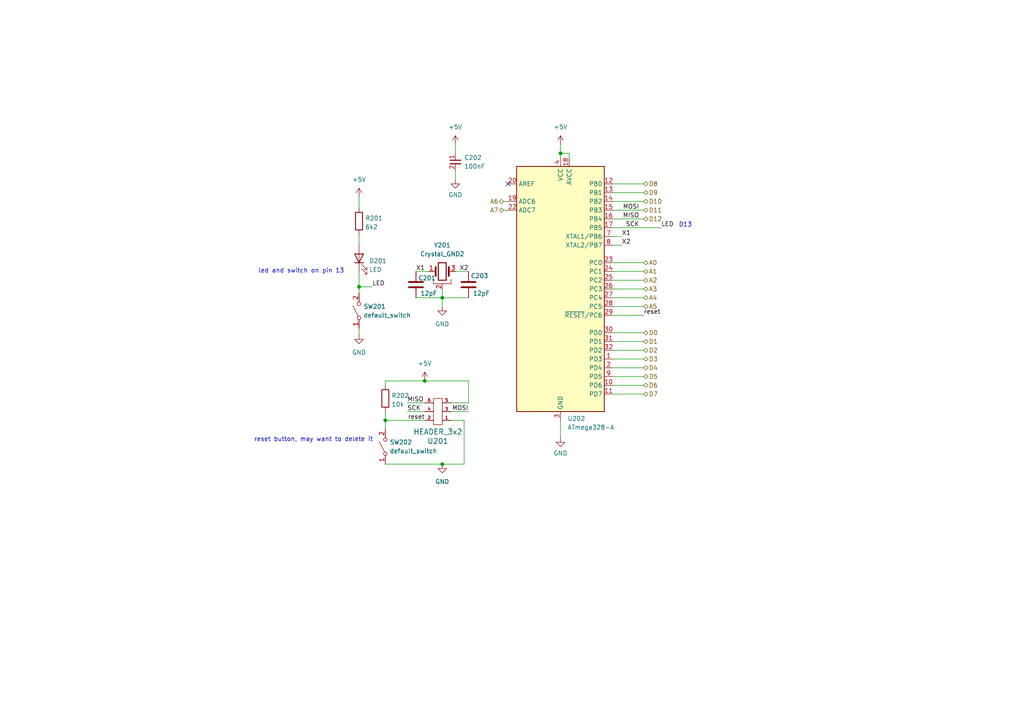
<source format=kicad_sch>
(kicad_sch (version 20231120) (generator "eeschema") (generator_version "8.0")
  (paper "A4")
  (lib_symbols
    (symbol "Device:C" (pin_numbers hide) (pin_names (offset 0.254))
      (property "Reference" "C" (at 0.635 2.54 0))
      (property "Value" "C" (at 0.635 -2.54 0))
      (symbol "C_0_1"
        (polyline (pts (xy -2.032 -0.762) (xy 2.032 -0.762)) (stroke (width 0.508)))
        (polyline (pts (xy -2.032 0.762) (xy 2.032 0.762)) (stroke (width 0.508)))
      )
      (symbol "C_1_1"
        (pin passive line (at 0 3.81 270) (length 2.794) (name "~") (number "1"))
        (pin passive line (at 0 -3.81 90) (length 2.794) (name "~") (number "2"))
      )
    )
    (symbol "Device:LED" (pin_numbers hide) (pin_names (offset 1.016) hide)
      (property "Reference" "D" (at 0 2.54 0))
      (property "Value" "LED" (at 0 -2.54 0))
      (symbol "LED_0_1"
        (polyline (pts (xy -1.27 -1.27) (xy -1.27 1.27)) (stroke (width 0.254)))
        (polyline (pts (xy -1.27 0) (xy 1.27 0)))
        (polyline (pts (xy 1.27 -1.27) (xy 1.27 1.27) (xy -1.27 0) (xy 1.27 -1.27)) (stroke (width 0.254)))
        (polyline (pts (xy -3.048 -0.762) (xy -4.572 -2.286) (xy -3.81 -2.286) (xy -4.572 -2.286) (xy -4.572 -1.524)))
        (polyline (pts (xy -1.778 -0.762) (xy -3.302 -2.286) (xy -2.54 -2.286) (xy -3.302 -2.286) (xy -3.302 -1.524)))
      )
      (symbol "LED_1_1"
        (pin passive line (at -3.81 0 0) (length 2.54) (name "K") (number "1"))
        (pin passive line (at 3.81 0 180) (length 2.54) (name "A") (number "2"))
      )
    )
    (symbol "Device:R" (pin_numbers hide) (pin_names (offset 0))
      (property "Reference" "R" (at 2.032 0 90))
      (property "Value" "R" (at 0 0 90))
      (symbol "R_0_1"
        (rectangle (start -1.016 -2.54) (end 1.016 2.54) (stroke (width 0.254)))
      )
      (symbol "R_1_1"
        (pin passive line (at 0 3.81 270) (length 1.27) (name "~") (number "1"))
        (pin passive line (at 0 -3.81 90) (length 1.27) (name "~") (number "2"))
      )
    )
    (symbol "GND_1" (power) (pin_names (offset 0))
      (property "Value" "GND_1" (at 0 -3.81 0))
      (symbol "GND_1_0_1"
        (polyline (pts (xy 0 0) (xy 0 -1.27) (xy 1.27 -1.27) (xy 0 -2.54) (xy -1.27 -1.27) (xy 0 -1.27)))
      )
      (symbol "GND_1_1_1"
        (pin power_in line (at 0 0 270) (length 0) hide (name "GND") (number "1"))
      )
    )
    (symbol "MCU_Microchip_ATmega:ATmega328-A"
      (property "Reference" "U" (at -12.7 36.83 0))
      (property "Value" "ATmega328-A" (at 2.54 -36.83 0))
      (symbol "ATmega328-A_0_1"
        (rectangle (start -12.7 -35.56) (end 12.7 35.56) (stroke (width 0.254)) (fill (type background)))
      )
      (symbol "ATmega328-A_1_1"
        (pin bidirectional line (at 15.24 -20.32 180) (length 2.54) (name "PD3") (number "1"))
        (pin bidirectional line (at 15.24 -27.94 180) (length 2.54) (name "PD6") (number "10"))
        (pin bidirectional line (at 15.24 -30.48 180) (length 2.54) (name "PD7") (number "11"))
        (pin bidirectional line (at 15.24 30.48 180) (length 2.54) (name "PB0") (number "12"))
        (pin bidirectional line (at 15.24 27.94 180) (length 2.54) (name "PB1") (number "13"))
        (pin bidirectional line (at 15.24 25.4 180) (length 2.54) (name "PB2") (number "14"))
        (pin bidirectional line (at 15.24 22.86 180) (length 2.54) (name "PB3") (number "15"))
        (pin bidirectional line (at 15.24 20.32 180) (length 2.54) (name "PB4") (number "16"))
        (pin bidirectional line (at 15.24 17.78 180) (length 2.54) (name "PB5") (number "17"))
        (pin power_in line (at 2.54 38.1 270) (length 2.54) (name "AVCC") (number "18"))
        (pin input line (at -15.24 25.4 0) (length 2.54) (name "ADC6") (number "19"))
        (pin bidirectional line (at 15.24 -22.86 180) (length 2.54) (name "PD4") (number "2"))
        (pin passive line (at -15.24 30.48 0) (length 2.54) (name "AREF") (number "20"))
        (pin passive line (at 0 -38.1 90) (length 2.54) hide (name "GND") (number "21"))
        (pin input line (at -15.24 22.86 0) (length 2.54) (name "ADC7") (number "22"))
        (pin bidirectional line (at 15.24 7.62 180) (length 2.54) (name "PC0") (number "23"))
        (pin bidirectional line (at 15.24 5.08 180) (length 2.54) (name "PC1") (number "24"))
        (pin bidirectional line (at 15.24 2.54 180) (length 2.54) (name "PC2") (number "25"))
        (pin bidirectional line (at 15.24 0 180) (length 2.54) (name "PC3") (number "26"))
        (pin bidirectional line (at 15.24 -2.54 180) (length 2.54) (name "PC4") (number "27"))
        (pin bidirectional line (at 15.24 -5.08 180) (length 2.54) (name "PC5") (number "28"))
        (pin bidirectional line (at 15.24 -7.62 180) (length 2.54) (name "~{RESET}/PC6") (number "29"))
        (pin power_in line (at 0 -38.1 90) (length 2.54) (name "GND") (number "3"))
        (pin bidirectional line (at 15.24 -12.7 180) (length 2.54) (name "PD0") (number "30"))
        (pin bidirectional line (at 15.24 -15.24 180) (length 2.54) (name "PD1") (number "31"))
        (pin bidirectional line (at 15.24 -17.78 180) (length 2.54) (name "PD2") (number "32"))
        (pin power_in line (at 0 38.1 270) (length 2.54) (name "VCC") (number "4"))
        (pin passive line (at 0 -38.1 90) (length 2.54) hide (name "GND") (number "5"))
        (pin passive line (at 0 38.1 270) (length 2.54) hide (name "VCC") (number "6"))
        (pin bidirectional line (at 15.24 15.24 180) (length 2.54) (name "XTAL1/PB6") (number "7"))
        (pin bidirectional line (at 15.24 12.7 180) (length 2.54) (name "XTAL2/PB7") (number "8"))
        (pin bidirectional line (at 15.24 -25.4 180) (length 2.54) (name "PD5") (number "9"))
      )
    )
    (symbol "capacitor_miscellaneous:C_0402_100nF"
      (property "Reference" "U" (at 1.27 2.54 0))
      (property "Value" "100nF" (at 3.81 -2.54 0))
      (property "JLCPCB Part#" "C307331" (at 0 0 0))
      (symbol "C_0402_100nF_0_1"
        (polyline (pts (xy -1.524 -0.508) (xy 1.524 -0.508)) (stroke (width 0.3302)))
        (polyline (pts (xy -1.524 0.508) (xy 1.524 0.508)) (stroke (width 0.3048)))
      )
      (symbol "C_0402_100nF_1_1"
        (pin passive line (at 0 2.54 270) (length 2.032) (name "~") (number "1"))
        (pin passive line (at 0 -2.54 90) (length 2.032) (name "~") (number "2"))
      )
    )
    (symbol "custom_kicad_lib_sk:crystal_arduino" (pin_names (offset 1.016) hide)
      (property "Reference" "Y" (at 0 5.715 0))
      (property "Value" "Crystal_GND2" (at 0 3.81 0))
      (property "JLCPCB Part#" "C13738" (at 0 0 0))
      (symbol "crystal_arduino_0_1"
        (rectangle (start -1.143 2.54) (end 1.143 -2.54) (stroke (width 0.3048)))
        (polyline (pts (xy -2.54 0) (xy -1.905 0)))
        (polyline (pts (xy -1.905 -1.27) (xy -1.905 1.27)) (stroke (width 0.508)))
        (polyline (pts (xy 0 -3.81) (xy 0 -3.556)))
        (polyline (pts (xy 1.905 0) (xy 2.54 0)))
        (polyline (pts (xy 1.905 1.27) (xy 1.905 -1.27)) (stroke (width 0.508)))
        (polyline (pts (xy -2.54 -2.286) (xy -2.54 -3.556) (xy 2.54 -3.556) (xy 2.54 -2.286)))
      )
      (symbol "crystal_arduino_1_1"
        (pin passive line (at -3.81 0 0) (length 1.27) (name "1") (number "1"))
        (pin passive line (at 0 -5.08 90) (length 1.27) (name "GND") (number "2"))
        (pin passive line (at 3.81 0 180) (length 1.27) (name "3") (number "3"))
        (pin passive line (at 0 -5.08 90) (length 1.27) hide (name "GND") (number "4"))
      )
    )
    (symbol "custom_kicad_lib_sk:default_switch" (pin_names (offset 0) hide)
      (property "Reference" "SW" (at 0 3.175 0))
      (property "Value" "default_switch" (at 0 -2.54 0))
      (property "JLCPCB Part#" "C318884" (at 0 0 0))
      (symbol "default_switch_0_0"
        (circle (center -2.032 0) (radius 0.508))
        (polyline (pts (xy -1.524 0.254) (xy 1.524 1.778)))
        (circle (center 2.032 0) (radius 0.508))
      )
      (symbol "default_switch_1_1"
        (pin passive line (at -5.08 0 0) (length 2.54) (name "A") (number "1"))
        (pin passive line (at 5.08 0 180) (length 2.54) (name "B") (number "2"))
      )
    )
    (symbol "power:+5V" (power) (pin_names (offset 0))
      (property "Value" "+5V" (at 0 3.556 0))
      (symbol "+5V_0_1"
        (polyline (pts (xy -0.762 1.27) (xy 0 2.54)))
        (polyline (pts (xy 0 0) (xy 0 2.54)))
        (polyline (pts (xy 0 2.54) (xy 0.762 1.27)))
      )
      (symbol "+5V_1_1"
        (pin power_in line (at 0 0 90) (length 0) hide (name "+5V") (number "1"))
      )
    )
    (symbol "power:GND" (power) (pin_names (offset 0))
      (property "Value" "GND" (at 0 -3.81 0))
      (symbol "GND_0_1"
        (polyline (pts (xy 0 0) (xy 0 -1.27) (xy 1.27 -1.27) (xy 0 -2.54) (xy -1.27 -1.27) (xy 0 -1.27)))
      )
      (symbol "GND_1_1"
        (pin power_in line (at 0 0 270) (length 0) hide (name "GND") (number "1"))
      )
    )
    (symbol "servoDriverSMD-rescue:HEADER_3x2-w_connectors" (pin_names (offset 0))
      (property "Reference" "J" (at 0 5.08 0))
      (property "Value" "HEADER_3x2-w_connectors" (at 0 -5.08 0))
      (symbol "HEADER_3x2-w_connectors_0_1"
        (rectangle (start 1.27 3.81) (end -1.27 -3.81))
      )
      (symbol "HEADER_3x2-w_connectors_1_1"
        (pin passive line (at -3.81 2.54 0) (length 2.54) (name "~") (number "1"))
        (pin passive line (at 3.81 2.54 180) (length 2.54) (name "~") (number "2"))
        (pin passive line (at -3.81 0 0) (length 2.54) (name "~") (number "3"))
        (pin passive line (at 3.81 0 180) (length 2.54) (name "~") (number "4"))
        (pin passive line (at -3.81 -2.54 0) (length 2.54) (name "~") (number "5"))
        (pin passive line (at 3.81 -2.54 180) (length 2.54) (name "~") (number "6"))
      )
    )
  )
  (junction (at 128.27 86.36))
  (junction (at 111.76 121.92))
  (junction (at 128.27 134.62))
  (junction (at 123.19 110.49))
  (junction (at 162.56 44.45))
  (junction (at 104.14 83.185))
  (no_connect (at 147.32 53.34))
  (wire (pts (xy 162.56 44.45) (xy 162.56 45.72)))
  (wire (pts (xy 128.27 86.36) (xy 135.89 86.36)))
  (wire (pts (xy 130.81 116.84) (xy 135.89 116.84)))
  (wire (pts (xy 104.14 95.25) (xy 104.14 97.155)))
  (wire (pts (xy 134.62 121.92) (xy 130.81 121.92)))
  (wire (pts (xy 165.1 44.45) (xy 162.56 44.45)))
  (wire (pts (xy 177.8 86.36) (xy 186.69 86.36)))
  (wire (pts (xy 177.8 111.76) (xy 186.69 111.76)))
  (wire (pts (xy 104.14 83.185) (xy 104.14 85.09)))
  (wire (pts (xy 123.19 119.38) (xy 118.11 119.38)))
  (wire (pts (xy 124.46 78.74) (xy 120.65 78.74)))
  (wire (pts (xy 177.8 76.2) (xy 186.69 76.2)))
  (wire (pts (xy 111.76 121.92) (xy 123.19 121.92)))
  (wire (pts (xy 177.8 88.9) (xy 186.69 88.9)))
  (wire (pts (xy 111.76 110.49) (xy 123.19 110.49)))
  (wire (pts (xy 104.14 78.74) (xy 104.14 83.185)))
  (wire (pts (xy 177.8 91.44) (xy 186.69 91.44)))
  (wire (pts (xy 135.89 116.84) (xy 135.89 110.49)))
  (wire (pts (xy 177.8 71.12) (xy 180.34 71.12)))
  (wire (pts (xy 162.56 121.92) (xy 162.56 127)))
  (wire (pts (xy 177.8 109.22) (xy 186.69 109.22)))
  (wire (pts (xy 146.05 58.42) (xy 147.32 58.42)))
  (wire (pts (xy 111.76 119.38) (xy 111.76 121.92)))
  (wire (pts (xy 134.62 134.62) (xy 128.27 134.62)))
  (wire (pts (xy 130.81 119.38) (xy 135.89 119.38)))
  (wire (pts (xy 111.76 124.46) (xy 111.76 121.92)))
  (wire (pts (xy 177.8 83.82) (xy 186.69 83.82)))
  (wire (pts (xy 104.14 67.945) (xy 104.14 71.12)))
  (wire (pts (xy 128.27 83.82) (xy 128.27 86.36)))
  (wire (pts (xy 132.08 78.74) (xy 135.89 78.74)))
  (wire (pts (xy 123.19 110.49) (xy 135.89 110.49)))
  (wire (pts (xy 146.05 60.96) (xy 147.32 60.96)))
  (wire (pts (xy 134.62 121.92) (xy 134.62 134.62)))
  (wire (pts (xy 177.8 68.58) (xy 180.34 68.58)))
  (wire (pts (xy 177.8 114.3) (xy 186.69 114.3)))
  (wire (pts (xy 118.11 116.84) (xy 123.19 116.84)))
  (wire (pts (xy 162.56 41.91) (xy 162.56 44.45)))
  (wire (pts (xy 104.14 57.15) (xy 104.14 60.325)))
  (wire (pts (xy 132.08 49.53) (xy 132.08 52.07)))
  (wire (pts (xy 177.8 60.96) (xy 186.69 60.96)))
  (wire (pts (xy 111.76 110.49) (xy 111.76 111.76)))
  (wire (pts (xy 107.95 83.185) (xy 104.14 83.185)))
  (wire (pts (xy 128.27 134.62) (xy 111.76 134.62)))
  (wire (pts (xy 177.8 81.28) (xy 186.69 81.28)))
  (wire (pts (xy 177.8 55.88) (xy 186.69 55.88)))
  (wire (pts (xy 177.8 99.06) (xy 186.69 99.06)))
  (wire (pts (xy 120.65 86.36) (xy 128.27 86.36)))
  (wire (pts (xy 132.08 41.91) (xy 132.08 44.45)))
  (wire (pts (xy 177.8 96.52) (xy 186.69 96.52)))
  (wire (pts (xy 177.8 101.6) (xy 186.69 101.6)))
  (wire (pts (xy 128.27 86.36) (xy 128.27 88.9)))
  (wire (pts (xy 177.8 66.04) (xy 191.77 66.04)))
  (wire (pts (xy 165.1 45.72) (xy 165.1 44.45)))
  (wire (pts (xy 177.8 63.5) (xy 186.69 63.5)))
  (wire (pts (xy 177.8 53.34) (xy 186.69 53.34)))
  (wire (pts (xy 177.8 106.68) (xy 186.69 106.68)))
  (wire (pts (xy 177.8 78.74) (xy 186.69 78.74)))
  (wire (pts (xy 177.8 104.14) (xy 186.69 104.14)))
  (wire (pts (xy 177.8 58.42) (xy 186.69 58.42)))
  (text "reset button, may want to delete it" (at 73.66 128.27 0) (effects (font (size 1.27 1.27)) (justify left bottom)))
  (text "led and switch on pin 13" (at 74.93 79.375 0) (effects (font (size 1.27 1.27)) (justify left bottom)))
  (text "D13" (at 196.85 66.04 0) (effects (font (size 1.27 1.27)) (justify left bottom)))
  (label "SCK" (at 118.11 119.38 0))
  (label "reset" (at 186.69 91.44 0))
  (label "X1" (at 120.65 78.74 0))
  (label "X2" (at 180.34 71.12 0))
  (label "MISO" (at 118.11 116.84 0))
  (label "MOSI" (at 185.42 60.96 180))
  (label "reset" (at 123.19 121.92 180))
  (label "LED" (at 191.77 66.04 0))
  (label "X1" (at 180.34 68.58 0))
  (label "SCK" (at 185.42 66.04 180))
  (label "MISO" (at 185.42 63.5 180))
  (label "LED" (at 107.95 83.185 0))
  (label "MOSI" (at 135.89 119.38 180))
  (label "X2" (at 135.89 78.74 180))
  (hierarchical_label "A7" (shape bidirectional) (at 146.05 60.96 180))
  (hierarchical_label "A0" (shape bidirectional) (at 186.69 76.2 0))
  (hierarchical_label "D9" (shape bidirectional) (at 186.69 55.88 0))
  (hierarchical_label "D12" (shape bidirectional) (at 186.69 63.5 0))
  (hierarchical_label "D7" (shape bidirectional) (at 186.69 114.3 0))
  (hierarchical_label "A3" (shape bidirectional) (at 186.69 83.82 0))
  (hierarchical_label "A6" (shape bidirectional) (at 146.05 58.42 180))
  (hierarchical_label "D6" (shape bidirectional) (at 186.69 111.76 0))
  (hierarchical_label "A5" (shape bidirectional) (at 186.69 88.9 0))
  (hierarchical_label "A1" (shape bidirectional) (at 186.69 78.74 0))
  (hierarchical_label "D11" (shape bidirectional) (at 186.69 60.96 0))
  (hierarchical_label "A4" (shape bidirectional) (at 186.69 86.36 0))
  (hierarchical_label "D8" (shape bidirectional) (at 186.69 53.34 0))
  (hierarchical_label "D1" (shape bidirectional) (at 186.69 99.06 0))
  (hierarchical_label "D3" (shape bidirectional) (at 186.69 104.14 0))
  (hierarchical_label "D10" (shape bidirectional) (at 186.69 58.42 0))
  (hierarchical_label "D0" (shape bidirectional) (at 186.69 96.52 0))
  (hierarchical_label "D2" (shape bidirectional) (at 186.69 101.6 0))
  (hierarchical_label "D4" (shape bidirectional) (at 186.69 106.68 0))
  (hierarchical_label "D5" (shape bidirectional) (at 186.69 109.22 0))
  (hierarchical_label "A2" (shape bidirectional) (at 186.69 81.28 0))
  (symbol (lib_name "GND_1") (lib_id "power:GND") (at 128.27 88.9 0) (unit 1)
    (property "Reference" "#PWR0207" (effects (hide yes)))
    (property "Value" "GND" (at 128.27 93.98 0))
  )
  (symbol (lib_id "custom_kicad_lib_sk:crystal_arduino") (at 128.27 78.74 0) (unit 1)
    (property "Reference" "Y201" (at 128.27 71.12 0))
    (property "Value" "Crystal_GND2" (at 128.27 73.66 0))
    (property "Footprint" "custom_kicad_lib_sk:crystal_arduino" (effects (hide yes)))
    (property "JLCPCB Part#" "C13738" (effects (hide yes)))
  )
  (symbol (lib_id "Device:C") (at 135.89 82.55 180) (unit 1)
    (property "Reference" "C203" (at 136.525 80.01 0) (effects (justify right)))
    (property "Value" "12pF" (at 137.16 85.09 0) (effects (justify right)))
    (property "Footprint" "Capacitor_SMD:C_0603_1608Metric" (effects (hide yes)))
    (property "JLCPCB Part#" "C38523" (effects (hide yes)))
  )
  (symbol (lib_id "Device:R") (at 104.14 64.135 0) (unit 1)
    (property "Reference" "R201" (at 105.918 63.3003 0) (effects (justify left)))
    (property "Value" "6k2" (at 105.918 65.8372 0) (effects (justify left)))
    (property "Footprint" "Resistor_SMD:R_0603_1608Metric_Pad0.98x0.95mm_HandSolder" (effects (hide yes)))
    (property "JLCPCB Part#" "C4260" (effects (hide yes)))
  )
  (symbol (lib_id "MCU_Microchip_ATmega:ATmega328-A") (at 162.56 83.82 0) (unit 1)
    (property "Reference" "U202" (at 164.5794 121.4104 0) (effects (justify left)))
    (property "Value" "ATmega328-A" (at 164.5794 123.9473 0) (effects (justify left)))
    (property "Footprint" "Package_QFP:TQFP-32_7x7mm_P0.8mm" (effects (hide yes)))
    (property "Datasheet" "http://ww1.microchip.com/downloads/en/DeviceDoc/ATmega328_P%20AVR%20MCU%20with%20picoPower%20Technology%20Data%20Sheet%2040001984A.pdf" (effects (hide yes)))
    (property "JLCPCB Part#" "C14877" (effects (hide yes)))
  )
  (symbol (lib_id "power:+5V") (at 162.56 41.91 0) (unit 1)
    (property "Reference" "#PWR0205" (effects (hide yes)))
    (property "Value" "+5V" (at 162.56 36.83 0))
  )
  (symbol (lib_id "power:GND") (at 132.08 52.07 0) (unit 1)
    (property "Reference" "#PWR0201" (effects (hide yes)))
    (property "Value" "GND" (at 132.08 56.5134 0))
  )
  (symbol (lib_id "custom_kicad_lib_sk:default_switch") (at 111.76 129.54 90) (unit 1)
    (property "Reference" "SW202" (at 113.03 128.27 90) (effects (justify right)))
    (property "Value" "default_switch" (at 113.03 130.81 90) (effects (justify right)))
    (property "Footprint" "custom_kicad_lib_sk:default_switch" (effects (hide yes)))
    (property "JLCPCB Part#" "C318884" (effects (hide yes)))
  )
  (symbol (lib_id "Device:C") (at 120.65 82.55 180) (unit 1)
    (property "Reference" "C201" (at 121.285 80.645 0) (effects (justify right)))
    (property "Value" "12pF" (at 121.92 85.09 0) (effects (justify right)))
    (property "Footprint" "Capacitor_SMD:C_0603_1608Metric" (effects (hide yes)))
    (property "JLCPCB Part#" "C38523" (effects (hide yes)))
  )
  (symbol (lib_name "GND_1") (lib_id "power:GND") (at 128.27 134.62 0) (unit 1)
    (property "Reference" "#PWR0209" (effects (hide yes)))
    (property "Value" "GND" (at 128.27 139.7 0))
  )
  (symbol (lib_id "power:GND") (at 162.56 127 0) (unit 1)
    (property "Reference" "#PWR0202" (effects (hide yes)))
    (property "Value" "GND" (at 162.56 131.4434 0))
  )
  (symbol (lib_id "Device:LED") (at 104.14 74.93 90) (unit 1)
    (property "Reference" "D201" (at 107.061 75.6828 90) (effects (justify right)))
    (property "Value" "LED" (at 107.061 78.2197 90) (effects (justify right)))
    (property "Footprint" "LED_SMD:LED_0805_2012Metric_Pad1.15x1.40mm_HandSolder" (effects (hide yes)))
    (property "JLCPCB Part#" "C84256" (effects (hide yes)))
  )
  (symbol (lib_name "GND_1") (lib_id "power:GND") (at 104.14 97.155 0) (unit 1)
    (property "Reference" "#PWR0208" (effects (hide yes)))
    (property "Value" "GND" (at 104.14 102.235 0))
  )
  (symbol (lib_id "servoDriverSMD-rescue:HEADER_3x2-w_connectors") (at 127 119.38 180) (unit 1)
    (property "Reference" "U201" (at 127 127.9398 0) (effects (font (size 1.524 1.524))))
    (property "Value" "HEADER_3x2" (at 127 125.2474 0) (effects (font (size 1.524 1.524))))
    (property "Footprint" "Connector_PinSocket_1.27mm:PinSocket_2x03_P1.27mm_Vertical" (effects (hide yes)))
  )
  (symbol (lib_id "Device:R") (at 111.76 115.57 0) (unit 1)
    (property "Reference" "R202" (at 113.538 114.7353 0) (effects (justify left)))
    (property "Value" "10k" (at 113.538 117.2722 0) (effects (justify left)))
    (property "Footprint" "Resistor_SMD:R_0402_1005Metric_Pad0.72x0.64mm_HandSolder" (effects (hide yes)))
    (property "JLCPCB Part#" "C25744" (effects (hide yes)))
  )
  (symbol (lib_id "power:+5V") (at 104.14 57.15 0) (unit 1)
    (property "Reference" "#PWR0203" (effects (hide yes)))
    (property "Value" "+5V" (at 104.14 52.07 0))
  )
  (symbol (lib_id "custom_kicad_lib_sk:default_switch") (at 104.14 90.17 90) (unit 1)
    (property "Reference" "SW201" (at 105.41 88.9 90) (effects (justify right)))
    (property "Value" "default_switch" (at 105.41 91.44 90) (effects (justify right)))
    (property "Footprint" "custom_kicad_lib_sk:default_switch" (effects (hide yes)))
    (property "JLCPCB Part#" "C318884" (effects (hide yes)))
  )
  (symbol (lib_id "capacitor_miscellaneous:C_0402_100nF") (at 132.08 46.99 0) (unit 1)
    (property "Reference" "C202" (at 134.62 45.7263 0) (effects (justify left)))
    (property "Value" "100nF" (at 134.62 48.2663 0) (effects (justify left)))
    (property "Footprint" "Capacitor_SMD:C_0402_1005Metric" (effects (hide yes)))
    (property "JLCPCB Part#" "C307331" (effects (hide yes)))
  )
  (symbol (lib_id "power:+5V") (at 123.19 110.49 0) (unit 1)
    (property "Reference" "#PWR0206" (effects (hide yes)))
    (property "Value" "+5V" (at 123.19 105.41 0))
  )
  (symbol (lib_id "power:+5V") (at 132.08 41.91 0) (unit 1)
    (property "Reference" "#PWR0204" (effects (hide yes)))
    (property "Value" "+5V" (at 132.08 36.83 0))
  )
)
</source>
